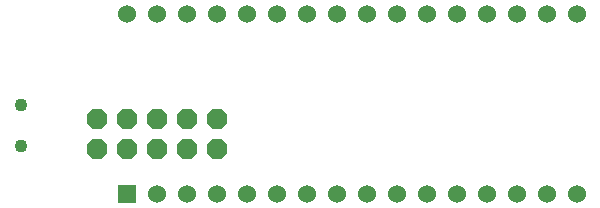
<source format=gbs>
G75*
G70*
%OFA0B0*%
%FSLAX24Y24*%
%IPPOS*%
%LPD*%
%AMOC8*
5,1,8,0,0,1.08239X$1,22.5*
%
%ADD10R,0.0600X0.0600*%
%ADD11C,0.0600*%
%ADD12C,0.0434*%
%ADD13OC8,0.0680*%
D10*
X006014Y001397D03*
D11*
X007014Y001397D03*
X008014Y001397D03*
X009014Y001397D03*
X010014Y001397D03*
X011014Y001397D03*
X012014Y001397D03*
X013014Y001397D03*
X014014Y001397D03*
X015014Y001397D03*
X016014Y001397D03*
X017014Y001397D03*
X018014Y001397D03*
X019014Y001397D03*
X020014Y001397D03*
X021014Y001397D03*
X021014Y007397D03*
X020014Y007397D03*
X019014Y007397D03*
X018014Y007397D03*
X017014Y007397D03*
X016014Y007397D03*
X015014Y007397D03*
X014014Y007397D03*
X013014Y007397D03*
X012014Y007397D03*
X011014Y007397D03*
X010014Y007397D03*
X009014Y007397D03*
X008014Y007397D03*
X007014Y007397D03*
X006014Y007397D03*
D12*
X002474Y004366D03*
X002474Y002988D03*
D13*
X005014Y002897D03*
X006014Y002897D03*
X007014Y002897D03*
X008014Y002897D03*
X009014Y002897D03*
X009014Y003897D03*
X008014Y003897D03*
X007014Y003897D03*
X006014Y003897D03*
X005014Y003897D03*
M02*

</source>
